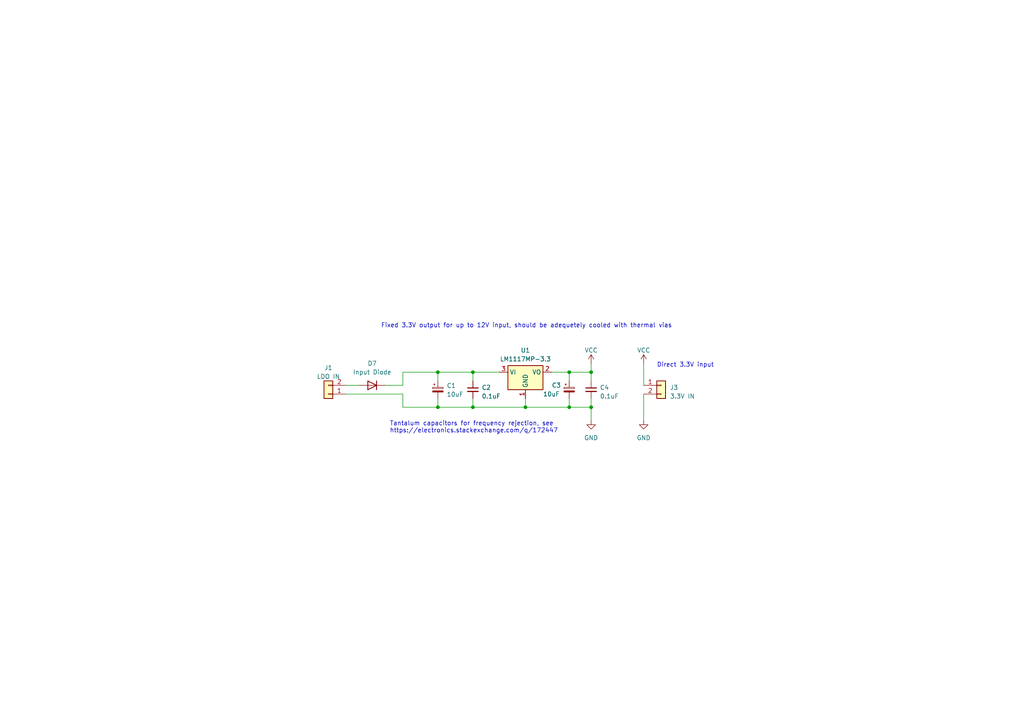
<source format=kicad_sch>
(kicad_sch (version 20240101) (generator "eeschema") (generator_version "8.99")
  (paper "A4")
  (title_block (title "mrxSwitch") (date "2024-06-02") (rev "V2.0") (company "MUREX Robotics [Byran Huang and Max Liu]") (comment 1 "utilizing the IC Plus IP175G and external magnetics") (comment 2 "World's smallest and cheapest 5 port unmanaged ethernet switch") (comment 3 "// TECHNOLOGY FOR ALL.") (comment 4 "// ATTEMPT THE IMPOSSIBLE."))
  (lib_symbols
    (symbol "Connector_Generic:Conn_01x02" (pin_names (offset 1.016) hide)
      (property "Reference" "J" (at 0 2.54 0))
      (property "Value" "Conn_01x02" (at 0 -5.08 0))
      (symbol "Conn_01x02_1_1"
        (rectangle (start -1.27 -2.413) (end 0 -2.667) (stroke (width 0.1524)))
        (rectangle (start -1.27 0.127) (end 0 -0.127) (stroke (width 0.1524)))
        (rectangle (start -1.27 1.27) (end 1.27 -3.81) (stroke (width 0.254)) (fill (type background)))
        (pin passive line (at -5.08 0 0) (length 3.81) (name "Pin_1") (number "1"))
        (pin passive line (at -5.08 -2.54 0) (length 3.81) (name "Pin_2") (number "2"))
      )
    )
    (symbol "Device:C_Polarized_Small" (pin_numbers hide) (pin_names (offset 0.254) hide)
      (property "Reference" "C" (at 0.254 1.778 0))
      (property "Value" "C_Polarized_Small" (at 0.254 -2.032 0))
      (symbol "C_Polarized_Small_0_1"
        (rectangle (start -1.524 -0.3048) (end 1.524 -0.6858) (fill (type outline)))
        (rectangle (start -1.524 0.6858) (end 1.524 0.3048))
        (polyline (pts (xy -1.27 1.524) (xy -0.762 1.524)))
        (polyline (pts (xy -1.016 1.27) (xy -1.016 1.778)))
      )
      (symbol "C_Polarized_Small_1_1"
        (pin passive line (at 0 2.54 270) (length 1.8542) (name "~") (number "1"))
        (pin passive line (at 0 -2.54 90) (length 1.8542) (name "~") (number "2"))
      )
    )
    (symbol "Device:C_Small" (pin_numbers hide) (pin_names (offset 0.254) hide)
      (property "Reference" "C" (at 0.254 1.778 0))
      (property "Value" "C_Small" (at 0.254 -2.032 0))
      (symbol "C_Small_0_1"
        (polyline (pts (xy -1.524 -0.508) (xy 1.524 -0.508)) (stroke (width 0.3302)))
        (polyline (pts (xy -1.524 0.508) (xy 1.524 0.508)) (stroke (width 0.3048)))
      )
      (symbol "C_Small_1_1"
        (pin passive line (at 0 2.54 270) (length 2.032) (name "~") (number "1"))
        (pin passive line (at 0 -2.54 90) (length 2.032) (name "~") (number "2"))
      )
    )
    (symbol "Device:D" (pin_numbers hide) (pin_names (offset 1.016) hide)
      (property "Reference" "D" (at 0 2.54 0))
      (property "Value" "D" (at 0 -2.54 0))
      (symbol "D_0_1"
        (polyline (pts (xy -1.27 1.27) (xy -1.27 -1.27)) (stroke (width 0.254)))
        (polyline (pts (xy 1.27 0) (xy -1.27 0)))
        (polyline (pts (xy 1.27 1.27) (xy 1.27 -1.27) (xy -1.27 0) (xy 1.27 1.27)) (stroke (width 0.254)))
      )
      (symbol "D_1_1"
        (pin passive line (at -3.81 0 0) (length 2.54) (name "K") (number "1"))
        (pin passive line (at 3.81 0 180) (length 2.54) (name "A") (number "2"))
      )
    )
    (symbol "Regulator_Linear:LM1117MP-3.3"
      (property "Reference" "U" (at -3.81 3.175 0))
      (property "Value" "LM1117MP-3.3" (at 0 3.175 0))
      (symbol "LM1117MP-3.3_0_1"
        (rectangle (start -5.08 -5.08) (end 5.08 1.905) (stroke (width 0.254)) (fill (type background)))
      )
      (symbol "LM1117MP-3.3_1_1"
        (pin power_in line (at 0 -7.62 90) (length 2.54) (name "GND") (number "1"))
        (pin power_out line (at 7.62 0 180) (length 2.54) (name "VO") (number "2"))
        (pin power_in line (at -7.62 0 0) (length 2.54) (name "VI") (number "3"))
      )
    )
    (symbol "power:GND" (power) (pin_names (offset 0))
      (property "Value" "GND" (at 0 -3.81 0))
      (symbol "GND_0_1"
        (polyline (pts (xy 0 0) (xy 0 -1.27) (xy 1.27 -1.27) (xy 0 -2.54) (xy -1.27 -1.27) (xy 0 -1.27)))
      )
      (symbol "GND_1_1"
        (pin power_in line (at 0 0 270) (length 0) hide (name "GND") (number "1"))
      )
    )
    (symbol "power:VCC" (power) (pin_names (offset 0))
      (property "Value" "VCC" (at 0 3.81 0))
      (symbol "VCC_0_1"
        (polyline (pts (xy -0.762 1.27) (xy 0 2.54)))
        (polyline (pts (xy 0 0) (xy 0 2.54)))
        (polyline (pts (xy 0 2.54) (xy 0.762 1.27)))
      )
      (symbol "VCC_1_1"
        (pin power_in line (at 0 0 90) (length 0) hide (name "VCC") (number "1"))
      )
    )
  )
  (junction (at 152.4 118.11))
  (junction (at 127 107.95))
  (junction (at 171.45 107.95))
  (junction (at 127 118.11))
  (junction (at 165.1 107.95))
  (junction (at 165.1 118.11))
  (junction (at 171.45 118.11))
  (junction (at 137.16 107.95))
  (junction (at 137.16 118.11))
  (wire (pts (xy 137.16 107.95) (xy 144.78 107.95)))
  (wire (pts (xy 165.1 107.95) (xy 171.45 107.95)))
  (wire (pts (xy 100.33 114.3) (xy 116.84 114.3)))
  (wire (pts (xy 116.84 114.3) (xy 116.84 118.11)))
  (wire (pts (xy 127 115.57) (xy 127 118.11)))
  (wire (pts (xy 171.45 107.95) (xy 171.45 110.49)))
  (wire (pts (xy 152.4 118.11) (xy 165.1 118.11)))
  (wire (pts (xy 100.33 111.76) (xy 104.14 111.76)))
  (wire (pts (xy 152.4 115.57) (xy 152.4 118.11)))
  (wire (pts (xy 171.45 118.11) (xy 165.1 118.11)))
  (wire (pts (xy 186.69 105.41) (xy 186.69 111.76)))
  (wire (pts (xy 171.45 115.57) (xy 171.45 118.11)))
  (wire (pts (xy 137.16 118.11) (xy 152.4 118.11)))
  (wire (pts (xy 127 107.95) (xy 137.16 107.95)))
  (wire (pts (xy 127 107.95) (xy 127 110.49)))
  (wire (pts (xy 137.16 115.57) (xy 137.16 118.11)))
  (wire (pts (xy 116.84 118.11) (xy 127 118.11)))
  (wire (pts (xy 186.69 114.3) (xy 186.69 121.92)))
  (wire (pts (xy 127 118.11) (xy 137.16 118.11)))
  (wire (pts (xy 171.45 118.11) (xy 171.45 121.92)))
  (wire (pts (xy 165.1 118.11) (xy 165.1 115.57)))
  (wire (pts (xy 116.84 111.76) (xy 116.84 107.95)))
  (wire (pts (xy 137.16 107.95) (xy 137.16 110.49)))
  (wire (pts (xy 160.02 107.95) (xy 165.1 107.95)))
  (wire (pts (xy 171.45 105.41) (xy 171.45 107.95)))
  (wire (pts (xy 111.76 111.76) (xy 116.84 111.76)))
  (wire (pts (xy 165.1 107.95) (xy 165.1 110.49)))
  (wire (pts (xy 116.84 107.95) (xy 127 107.95)))
  (text "Direct 3.3V input" (at 190.5 106.68 0) (effects (font (size 1.27 1.27)) (justify left bottom)))
  (text "Tantalum capacitors for frequency rejection, see\nhttps://electronics.stackexchange.com/q/172447" (at 113.03 125.73 0) (effects (font (size 1.27 1.27)) (justify left bottom)))
  (text "Fixed 3.3V output for up to 12V input, should be adequetely cooled with thermal vias" (at 110.49 95.25 0) (effects (font (size 1.27 1.27)) (justify left bottom)))
  (symbol (lib_id "Connector_Generic:Conn_01x02") (at 95.25 114.3 180) (unit 1)
    (property "Reference" "J1" (at 95.25 106.68 0))
    (property "Value" "LDO IN" (at 95.25 109.22 0))
    (property "Footprint" "Connector_Molex:Molex_PicoBlade_53047-0210_1x02_P1.25mm_Vertical" (effects (hide yes)))
    (property "Description" "Generic connector, single row, 01x02, script generated (kicad-library-utils/schlib/autogen/connector/)" (effects (hide yes)))
  )
  (symbol (lib_id "power:VCC") (at 171.45 105.41 0) (unit 1)
    (property "Reference" "#PWR01" (effects (hide yes)))
    (property "Value" "VCC" (at 171.45 101.6 0))
    (property "Description" "Power symbol creates a global label with name \"VCC\"" (effects (hide yes)))
  )
  (symbol (lib_id "Regulator_Linear:LM1117MP-3.3") (at 152.4 107.95 0) (unit 1)
    (property "Reference" "U1" (at 152.4 101.6 0))
    (property "Value" "LM1117MP-3.3" (at 152.4 104.14 0))
    (property "Footprint" "Package_TO_SOT_SMD:SOT-223-3_TabPin2" (effects (hide yes)))
    (property "Datasheet" "http://www.ti.com/lit/ds/symlink/lm1117.pdf" (effects (hide yes)))
    (property "Description" "800mA Low-Dropout Linear Regulator, 3.3V fixed output, SOT-223" (effects (hide yes)))
  )
  (symbol (lib_id "power:GND") (at 171.45 121.92 0) (unit 1)
    (property "Reference" "#PWR02" (effects (hide yes)))
    (property "Value" "GND" (at 171.45 127 0))
    (property "Description" "Power symbol creates a global label with name \"GND\" , ground" (effects (hide yes)))
  )
  (symbol (lib_id "Device:C_Small") (at 171.45 113.03 0) (unit 1)
    (property "Reference" "C4" (at 173.99 112.4013 0) (effects (justify left)))
    (property "Value" "0.1uF" (at 173.99 114.9413 0) (effects (justify left)))
    (property "Footprint" "Capacitor_SMD:C_0402_1005Metric" (effects (hide yes)))
    (property "Description" "Unpolarized capacitor, small symbol" (effects (hide yes)))
  )
  (symbol (lib_id "Device:C_Polarized_Small") (at 165.1 113.03 0) (unit 1)
    (property "Reference" "C3" (at 160.02 111.76 0) (effects (justify left)))
    (property "Value" "10uF" (at 157.48 114.3 0) (effects (justify left)))
    (property "Footprint" "Capacitor_Tantalum_SMD:CP_EIA-3216-18_Kemet-A" (effects (hide yes)))
    (property "Description" "Polarized capacitor, small symbol" (effects (hide yes)))
  )
  (symbol (lib_id "power:VCC") (at 186.69 105.41 0) (unit 1)
    (property "Reference" "#PWR03" (effects (hide yes)))
    (property "Value" "VCC" (at 186.69 101.6 0))
    (property "Description" "Power symbol creates a global label with name \"VCC\"" (effects (hide yes)))
  )
  (symbol (lib_id "Device:C_Small") (at 137.16 113.03 0) (unit 1)
    (property "Reference" "C2" (at 139.7 112.4013 0) (effects (justify left)))
    (property "Value" "0.1uF" (at 139.7 114.9413 0) (effects (justify left)))
    (property "Footprint" "Capacitor_SMD:C_0402_1005Metric" (effects (hide yes)))
    (property "Description" "Unpolarized capacitor, small symbol" (effects (hide yes)))
  )
  (symbol (lib_id "Connector_Generic:Conn_01x02") (at 191.77 111.76 0) (unit 1)
    (property "Reference" "J3" (at 194.31 112.395 0) (effects (justify left)))
    (property "Value" "3.3V IN" (at 194.31 114.935 0) (effects (justify left)))
    (property "Footprint" "Connector_Molex:Molex_PicoBlade_53047-0210_1x02_P1.25mm_Vertical" (effects (hide yes)))
    (property "Description" "Generic connector, single row, 01x02, script generated (kicad-library-utils/schlib/autogen/connector/)" (effects (hide yes)))
  )
  (symbol (lib_id "power:GND") (at 186.69 121.92 0) (unit 1)
    (property "Reference" "#PWR04" (effects (hide yes)))
    (property "Value" "GND" (at 186.69 127 0))
    (property "Description" "Power symbol creates a global label with name \"GND\" , ground" (effects (hide yes)))
  )
  (symbol (lib_id "Device:C_Polarized_Small") (at 127 113.03 0) (unit 1)
    (property "Reference" "C1" (at 129.54 111.8489 0) (effects (justify left)))
    (property "Value" "10uF" (at 129.54 114.3889 0) (effects (justify left)))
    (property "Footprint" "Capacitor_Tantalum_SMD:CP_EIA-3216-18_Kemet-A" (effects (hide yes)))
    (property "Description" "Polarized capacitor, small symbol" (effects (hide yes)))
  )
  (symbol (lib_id "Device:D") (at 107.95 111.76 180) (unit 1)
    (property "Reference" "D7" (at 107.95 105.41 0))
    (property "Value" "Input Diode" (at 107.95 107.95 0))
    (property "Footprint" "Diode_SMD:D_SMA" (effects (hide yes)))
    (property "Description" "Diode" (effects (hide yes)))
    (property "Sim.Device" "D" (effects (hide yes)))
    (property "Sim.Pins" "1=K 2=A" (effects (hide yes)))
  )
)
</source>
